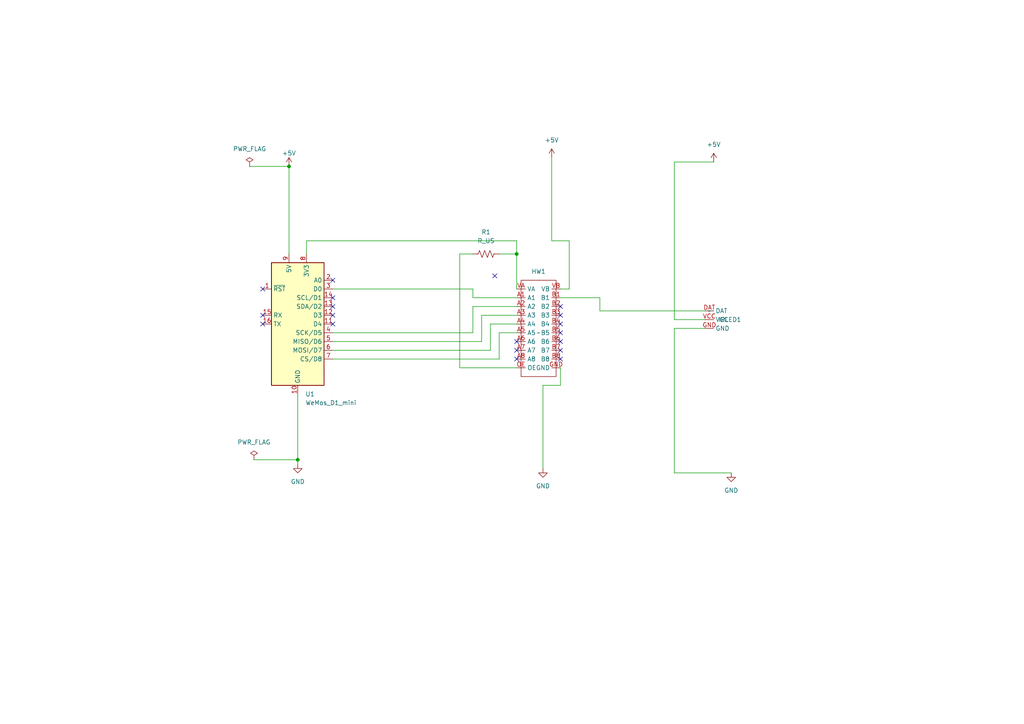
<source format=kicad_sch>
(kicad_sch (version 20230121) (generator eeschema)
  (paper "A4")
  (lib_symbols
    (symbol "Device:R_US" (pin_numbers hide) (pin_names (offset 0))
      (property "Reference" "R" (at 2.54 0 90))
      (property "Value" "R_US" (at -2.54 0 90))
      (symbol "R_US_0_1"
        (polyline (pts (xy 0 -2.286) (xy 0 -2.54)))
        (polyline (pts (xy 0 2.286) (xy 0 2.54)))
        (polyline (pts (xy 0 -0.762) (xy 1.016 -1.143) (xy 0 -1.524) (xy -1.016 -1.905) (xy 0 -2.286)))
        (polyline (pts (xy 0 0.762) (xy 1.016 0.381) (xy 0 0) (xy -1.016 -0.381) (xy 0 -0.762)))
        (polyline (pts (xy 0 2.286) (xy 1.016 1.905) (xy 0 1.524) (xy -1.016 1.143) (xy 0 0.762)))
      )
      (symbol "R_US_1_1"
        (pin passive line (at 0 3.81 270) (length 1.27) (name "~") (number "1"))
        (pin passive line (at 0 -3.81 90) (length 1.27) (name "~") (number "2"))
      )
    )
    (symbol "MCU_Module:WeMos_D1_mini"
      (property "Reference" "U" (at 3.81 19.05 0))
      (property "Value" "WeMos_D1_mini" (at 1.27 -19.05 0))
      (symbol "WeMos_D1_mini_1_1"
        (rectangle (start -7.62 17.78) (end 7.62 -17.78) (stroke (width 0.254)) (fill (type background)))
        (pin input line (at -10.16 10.16 0) (length 2.54) (name "~{RST}") (number "1"))
        (pin power_in line (at 0 -20.32 90) (length 2.54) (name "GND") (number "10"))
        (pin bidirectional line (at 10.16 0 180) (length 2.54) (name "D4") (number "11"))
        (pin bidirectional line (at 10.16 2.54 180) (length 2.54) (name "D3") (number "12"))
        (pin bidirectional line (at 10.16 5.08 180) (length 2.54) (name "SDA/D2") (number "13"))
        (pin bidirectional line (at 10.16 7.62 180) (length 2.54) (name "SCL/D1") (number "14"))
        (pin input line (at -10.16 2.54 0) (length 2.54) (name "RX") (number "15"))
        (pin output line (at -10.16 0 0) (length 2.54) (name "TX") (number "16"))
        (pin input line (at 10.16 12.7 180) (length 2.54) (name "A0") (number "2"))
        (pin bidirectional line (at 10.16 10.16 180) (length 2.54) (name "D0") (number "3"))
        (pin bidirectional line (at 10.16 -2.54 180) (length 2.54) (name "SCK/D5") (number "4"))
        (pin bidirectional line (at 10.16 -5.08 180) (length 2.54) (name "MISO/D6") (number "5"))
        (pin bidirectional line (at 10.16 -7.62 180) (length 2.54) (name "MOSI/D7") (number "6"))
        (pin bidirectional line (at 10.16 -10.16 180) (length 2.54) (name "CS/D8") (number "7"))
        (pin power_out line (at 2.54 20.32 270) (length 2.54) (name "3V3") (number "8"))
        (pin power_in line (at -2.54 20.32 270) (length 2.54) (name "5V") (number "9"))
      )
    )
    (symbol "New_Library:HW221"
      (property "Reference" "HW221" (at 0 16.51 0))
      (symbol "HW221_0_1"
        (rectangle (start -5.08 13.97) (end 5.08 -13.97))
      )
      (symbol "HW221_1_1"
        (pin bidirectional line (at -6.35 8.89 0) (length 2.54) (name "A1") (number "A1"))
        (pin bidirectional line (at -6.35 6.35 0) (length 2.54) (name "A2") (number "A2"))
        (pin bidirectional line (at -6.35 3.81 0) (length 2.54) (name "A3") (number "A3"))
        (pin bidirectional line (at -6.35 1.27 0) (length 2.54) (name "A4") (number "A4"))
        (pin bidirectional line (at -6.35 -1.27 0) (length 2.54) (name "A5") (number "A5"))
        (pin bidirectional line (at -6.35 -3.81 0) (length 2.54) (name "A6") (number "A6"))
        (pin bidirectional line (at -6.35 -6.35 0) (length 2.54) (name "A7") (number "A7"))
        (pin bidirectional line (at -6.35 -8.89 0) (length 2.54) (name "A8") (number "A8"))
        (pin bidirectional line (at 6.35 8.89 180) (length 2.54) (name "B1") (number "B1"))
        (pin bidirectional line (at 6.35 6.35 180) (length 2.54) (name "B2") (number "B2"))
        (pin bidirectional line (at 6.35 3.81 180) (length 2.54) (name "B3") (number "B3"))
        (pin bidirectional line (at 6.35 1.27 180) (length 2.54) (name "B4") (number "B4"))
        (pin bidirectional line (at 6.35 -1.27 180) (length 2.54) (name "B5") (number "B5"))
        (pin bidirectional line (at 6.35 -3.81 180) (length 2.54) (name "B6") (number "B6"))
        (pin bidirectional line (at 6.35 -6.35 180) (length 2.54) (name "B7") (number "B7"))
        (pin bidirectional line (at 6.35 -8.89 180) (length 2.54) (name "B8") (number "B8"))
        (pin power_in line (at 6.35 -11.43 180) (length 2.54) (name "GND") (number "GND"))
        (pin input line (at -6.35 -11.43 0) (length 2.54) (name "OE") (number "OE"))
        (pin power_in line (at -6.35 11.43 0) (length 2.54) (name "VA") (number "VA"))
        (pin power_in line (at 6.35 11.43 180) (length 2.54) (name "VB") (number "VB"))
      )
    )
    (symbol "New_Library:ir-led"
      (property "Reference" "IRLED" (at 0 3.81 0))
      (symbol "ir-led_1_1"
        (pin input line (at -1.27 0 0) (length 2.54) (name "DAT") (number "DAT"))
        (pin power_in line (at -1.27 -5.08 0) (length 2.54) (name "GND") (number "GND"))
        (pin power_in line (at -1.27 -2.54 0) (length 2.54) (name "VCC") (number "VCC"))
      )
    )
    (symbol "power:+5V" (power) (pin_names (offset 0))
      (property "Value" "+5V" (at 0 3.556 0))
      (symbol "+5V_0_1"
        (polyline (pts (xy -0.762 1.27) (xy 0 2.54)))
        (polyline (pts (xy 0 0) (xy 0 2.54)))
        (polyline (pts (xy 0 2.54) (xy 0.762 1.27)))
      )
      (symbol "+5V_1_1"
        (pin power_in line (at 0 0 90) (length 0) hide (name "+5V") (number "1"))
      )
    )
    (symbol "power:GND" (power) (pin_names (offset 0))
      (property "Value" "GND" (at 0 -3.81 0))
      (symbol "GND_0_1"
        (polyline (pts (xy 0 0) (xy 0 -1.27) (xy 1.27 -1.27) (xy 0 -2.54) (xy -1.27 -1.27) (xy 0 -1.27)))
      )
      (symbol "GND_1_1"
        (pin power_in line (at 0 0 270) (length 0) hide (name "GND") (number "1"))
      )
    )
    (symbol "power:PWR_FLAG" (power) (pin_numbers hide) (pin_names (offset 0) hide)
      (property "Value" "PWR_FLAG" (at 0 3.81 0))
      (symbol "PWR_FLAG_0_0"
        (pin power_out line (at 0 0 90) (length 0) (name "pwr") (number "1"))
      )
      (symbol "PWR_FLAG_0_1"
        (polyline (pts (xy 0 0) (xy 0 1.27) (xy -1.016 1.905) (xy 0 2.54) (xy 1.016 1.905) (xy 0 1.27)))
      )
    )
  )
  (junction (at 149.86 73.66))
  (junction (at 86.36 133.35))
  (junction (at 83.82 48.26))
  (no_connect (at 162.56 101.6))
  (no_connect (at 162.56 93.98))
  (no_connect (at 96.52 86.36))
  (no_connect (at 149.86 99.06))
  (no_connect (at 76.2 93.98))
  (no_connect (at 162.56 88.9))
  (no_connect (at 162.56 99.06))
  (no_connect (at 96.52 91.44))
  (no_connect (at 149.86 104.14))
  (no_connect (at 162.56 96.52))
  (no_connect (at 162.56 91.44))
  (no_connect (at 143.51 80.01))
  (no_connect (at 96.52 88.9))
  (no_connect (at 149.86 101.6))
  (no_connect (at 76.2 83.82))
  (no_connect (at 76.2 91.44))
  (no_connect (at 96.52 81.28))
  (no_connect (at 96.52 93.98))
  (no_connect (at 162.56 104.14))
  (wire (pts (xy 96.52 83.82) (xy 137.16 83.82)))
  (wire (pts (xy 88.9 69.85) (xy 88.9 73.66)))
  (wire (pts (xy 86.36 133.35) (xy 86.36 134.62)))
  (wire (pts (xy 96.52 99.06) (xy 139.7 99.06)))
  (wire (pts (xy 195.58 95.25) (xy 195.58 137.16)))
  (wire (pts (xy 142.24 93.98) (xy 149.86 93.98)))
  (wire (pts (xy 165.1 69.85) (xy 165.1 83.82)))
  (wire (pts (xy 149.86 69.85) (xy 149.86 73.66)))
  (wire (pts (xy 144.78 104.14) (xy 144.78 96.52)))
  (wire (pts (xy 195.58 92.71) (xy 195.58 46.99)))
  (wire (pts (xy 195.58 137.16) (xy 212.09 137.16)))
  (wire (pts (xy 173.99 90.17) (xy 173.99 86.36)))
  (wire (pts (xy 162.56 106.68) (xy 162.56 111.76)))
  (wire (pts (xy 139.7 91.44) (xy 149.86 91.44)))
  (wire (pts (xy 133.35 73.66) (xy 133.35 106.68)))
  (wire (pts (xy 162.56 86.36) (xy 173.99 86.36)))
  (wire (pts (xy 139.7 99.06) (xy 139.7 91.44)))
  (wire (pts (xy 144.78 96.52) (xy 149.86 96.52)))
  (wire (pts (xy 137.16 88.9) (xy 149.86 88.9)))
  (wire (pts (xy 133.35 73.66) (xy 137.16 73.66)))
  (wire (pts (xy 96.52 104.14) (xy 144.78 104.14)))
  (wire (pts (xy 137.16 86.36) (xy 149.86 86.36)))
  (wire (pts (xy 133.35 106.68) (xy 149.86 106.68)))
  (wire (pts (xy 204.47 95.25) (xy 195.58 95.25)))
  (wire (pts (xy 195.58 46.99) (xy 207.01 46.99)))
  (wire (pts (xy 165.1 83.82) (xy 162.56 83.82)))
  (wire (pts (xy 72.39 48.26) (xy 83.82 48.26)))
  (wire (pts (xy 149.86 69.85) (xy 88.9 69.85)))
  (wire (pts (xy 86.36 114.3) (xy 86.36 133.35)))
  (wire (pts (xy 144.78 73.66) (xy 149.86 73.66)))
  (wire (pts (xy 73.66 133.35) (xy 86.36 133.35)))
  (wire (pts (xy 204.47 90.17) (xy 173.99 90.17)))
  (wire (pts (xy 137.16 96.52) (xy 137.16 88.9)))
  (wire (pts (xy 96.52 101.6) (xy 142.24 101.6)))
  (wire (pts (xy 96.52 96.52) (xy 137.16 96.52)))
  (wire (pts (xy 160.02 69.85) (xy 165.1 69.85)))
  (wire (pts (xy 157.48 111.76) (xy 157.48 135.89)))
  (wire (pts (xy 142.24 101.6) (xy 142.24 93.98)))
  (wire (pts (xy 149.86 73.66) (xy 149.86 83.82)))
  (wire (pts (xy 83.82 48.26) (xy 83.82 73.66)))
  (wire (pts (xy 137.16 83.82) (xy 137.16 86.36)))
  (wire (pts (xy 160.02 45.72) (xy 160.02 69.85)))
  (wire (pts (xy 204.47 92.71) (xy 195.58 92.71)))
  (wire (pts (xy 162.56 111.76) (xy 157.48 111.76)))
  (symbol (lib_id "power:+5V") (at 83.82 48.26 0) (unit 1)
    (property "Reference" "#PWR01" (effects hide))
    (property "Value" "+5V" (at 83.82 44.45 0))
  )
  (symbol (lib_id "power:GND") (at 212.09 137.16 0) (unit 1)
    (property "Reference" "#PWR04" (effects hide))
    (property "Value" "GND" (at 212.09 142.24 0))
  )
  (symbol (lib_id "power:GND") (at 86.36 134.62 0) (unit 1)
    (property "Reference" "#PWR02" (effects hide))
    (property "Value" "GND" (at 86.36 139.7 0))
  )
  (symbol (lib_id "power:+5V") (at 207.01 46.99 0) (unit 1)
    (property "Reference" "#PWR06" (effects hide))
    (property "Value" "+5V" (at 207.01 41.91 0))
  )
  (symbol (lib_id "power:PWR_FLAG") (at 73.66 133.35 0) (unit 1)
    (property "Reference" "#FLG02" (effects hide))
    (property "Value" "PWR_FLAG" (at 73.66 128.27 0))
  )
  (symbol (lib_id "New_Library:HW221") (at 156.21 95.25 0) (unit 1)
    (property "Reference" "HW1" (at 156.21 78.74 0))
    (property "Value" "~" (at 156.21 96.52 0))
    (property "Footprint" "Library:HW221" (effects hide))
  )
  (symbol (lib_id "power:+5V") (at 160.02 45.72 0) (unit 1)
    (property "Reference" "#PWR05" (effects hide))
    (property "Value" "+5V" (at 160.02 40.64 0))
  )
  (symbol (lib_id "New_Library:ir-led") (at 205.74 90.17 0) (unit 1)
    (property "Reference" "IRLED1" (at 208.28 92.71 0) (effects (justify left)))
    (property "Value" "~" (at 205.74 90.17 0))
    (property "Footprint" "Library:IRLED" (effects hide))
  )
  (symbol (lib_id "MCU_Module:WeMos_D1_mini") (at 86.36 93.98 0) (unit 1)
    (property "Reference" "U1" (at 88.5541 114.3 0) (effects (justify left)))
    (property "Value" "WeMos_D1_mini" (at 88.5541 116.84 0) (effects (justify left)))
    (property "Footprint" "Module:WEMOS_D1_mini_light" (effects hide))
    (property "Datasheet" "https://wiki.wemos.cc/products:d1:d1_mini#documentation" (effects hide))
  )
  (symbol (lib_id "Device:R_US") (at 140.97 73.66 90) (unit 1)
    (property "Reference" "R1" (at 140.97 67.31 90))
    (property "Value" "R_US" (at 140.97 69.85 90))
    (property "Footprint" "Resistor_THT:R_Axial_Power_L20.0mm_W6.4mm_P22.40mm" (effects hide))
  )
  (symbol (lib_id "power:GND") (at 157.48 135.89 0) (unit 1)
    (property "Reference" "#PWR03" (effects hide))
    (property "Value" "GND" (at 157.48 140.97 0))
  )
  (symbol (lib_id "power:PWR_FLAG") (at 72.39 48.26 0) (unit 1)
    (property "Reference" "#FLG01" (effects hide))
    (property "Value" "PWR_FLAG" (at 72.39 43.18 0))
  )
)
</source>
